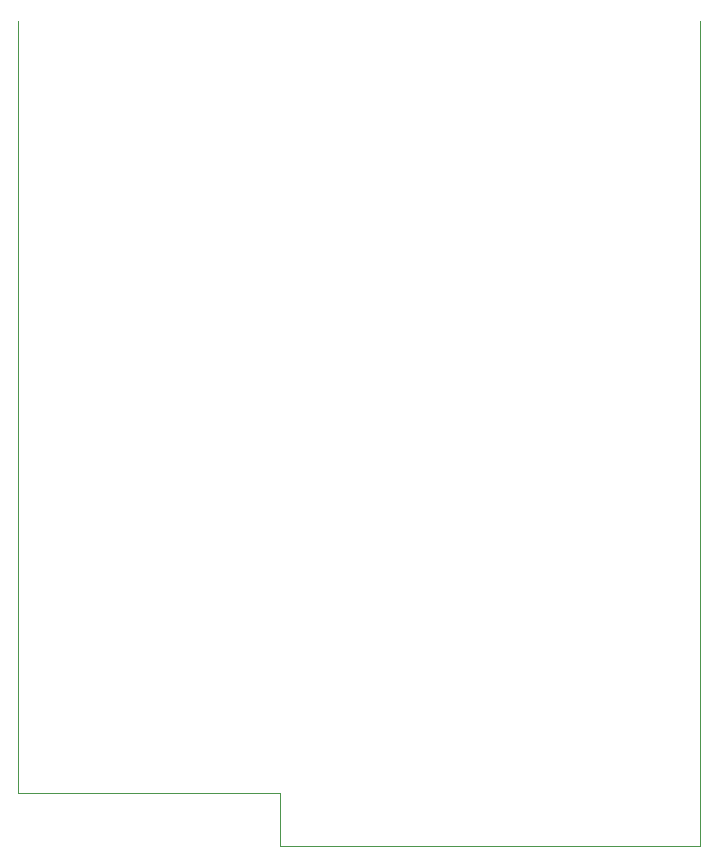
<source format=gbr>
%FSLAX46Y46*%
G04 Gerber Fmt 4.6, Leading zero omitted, Abs format (unit mm)*
G04 Created by KiCad (PCBNEW (2014-08-05 BZR 5054)-product) date mar 16 sep 2014 17:31:46 COT*
%MOMM*%
G01*
G04 APERTURE LIST*
%ADD10C,0.100000*%
G04 APERTURE END LIST*
D10*
X158115000Y-151765000D02*
X158115000Y-81915000D01*
X122555000Y-151765000D02*
X158115000Y-151765000D01*
X122555000Y-147320000D02*
X122555000Y-151765000D01*
X100330000Y-147320000D02*
X122555000Y-147320000D01*
X100330000Y-81915000D02*
X100330000Y-147320000D01*
M02*

</source>
